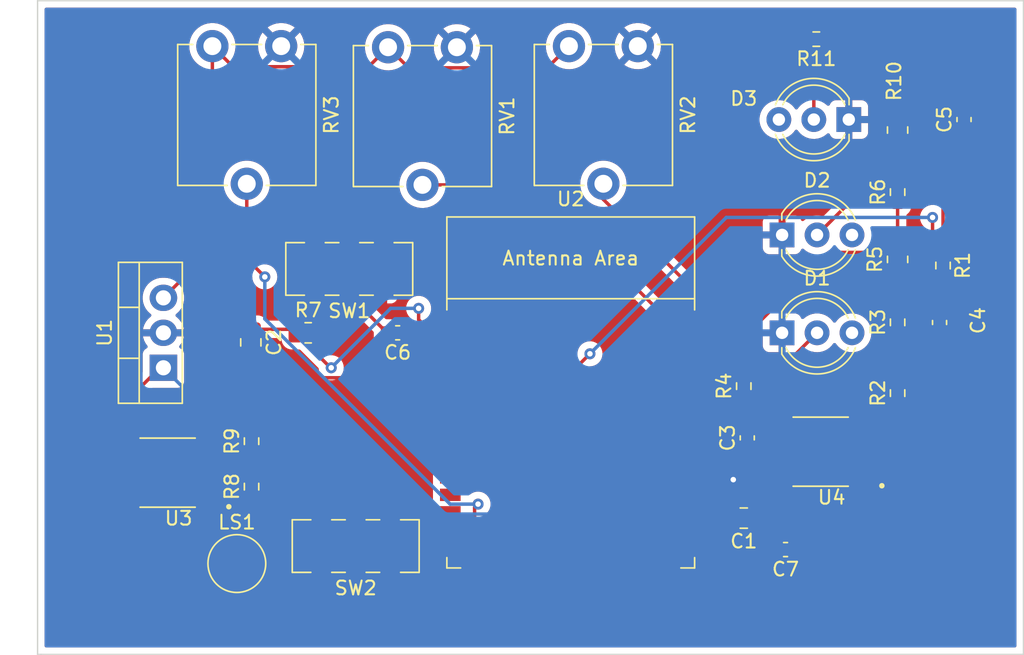
<source format=kicad_pcb>
(kicad_pcb (version 20211014) (generator pcbnew)
  (layers (0 "F.Cu" signal) (31 "B.Cu" signal) (34 "B.Paste" user) (35 "F.Paste" user) (36 "B.SilkS" user "B.Silkscreen") (37 "F.SilkS" user "F.Silkscreen") (38 "B.Mask" user) (39 "F.Mask" user) (44 "Edge.Cuts" user))
  (net 0 "")
  (net 1 "+5V")
  (net 2 "GND")
  (net 3 "+3V3")
  (net 4 "Net-(C3-Pad1)")
  (net 5 "Net-(C3-Pad2)")
  (net 6 "Net-(C4-Pad1)")
  (net 7 "/Output")
  (net 8 "Net-(C5-Pad2)")
  (net 9 "/En")
  (net 10 "/IO0")
  (net 11 "Net-(D1-Pad2)")
  (net 12 "Net-(D2-Pad2)")
  (net 13 "Net-(D3-Pad2)")
  (net 14 "Net-(LS1-Pad1)")
  (net 15 "Net-(R2-Pad1)")
  (net 16 "Net-(R2-Pad2)")
  (net 17 "Net-(R8-Pad2)")
  (net 18 "Net-(RV1-Pad2)")
  (net 19 "Net-(RV2-Pad2)")
  (net 20 "Net-(RV3-Pad2)")
  (net 51 "unconnected-(U2-Pad41)")
  (footprint "Resistor_SMD:R_0603_1608Metric" (layer "F.Cu") (at 140.208 95.313 90)
    (fp_text reference "R4" (at 0 -1.43 90) (layer "F.SilkS"))
    (fp_text value "100")
    (fp_line (start -0.237258 0.5225) (end 0.237258 0.5225) (layer "F.SilkS") (width 0.12))
    (fp_line (start -0.237258 -0.5225) (end 0.237258 -0.5225) (layer "F.SilkS") (width 0.12))
    (pad "1" smd roundrect (at -0.825 0 90) (size 0.8 0.95) (layers "F.Cu" "F.Paste" "F.Mask") (net 15 "Net-(R2-Pad1)"))
    (pad "2" smd roundrect (at 0.825 0 90) (size 0.8 0.95) (layers "F.Cu" "F.Paste" "F.Mask") (net 11 "Net-(D1-Pad2)"))
  )
  (footprint "Capacitor_SMD:C_0603_1608Metric" (layer "F.Cu") (at 156.21 75.946 90)
    (fp_text reference "C5" (at 0 -1.43 90) (layer "F.SilkS"))
    (fp_text value ".1 mF")
    (fp_line (start -0.14058 0.51) (end 0.14058 0.51) (layer "F.SilkS") (width 0.12))
    (fp_line (start -0.14058 -0.51) (end 0.14058 -0.51) (layer "F.SilkS") (width 0.12))
    (pad "1" smd roundrect (at -0.775 0 90) (size 0.9 0.95) (layers "F.Cu" "F.Paste" "F.Mask") (net 7 "/Output"))
    (pad "2" smd roundrect (at 0.775 0 90) (size 0.9 0.95) (layers "F.Cu" "F.Paste" "F.Mask") (net 8 "Net-(C5-Pad2)"))
  )
  (footprint "Espressif:ESP32-S2-SOLO" (layer "F.Cu") (at 127.637 98.773)
    (fp_text reference "U2" (at 0 -17.05) (layer "F.SilkS"))
    (fp_text value "ESP32-S2-SOLO")
    (fp_text user "Antenna Area" (at 0 -12.75) (layer "F.SilkS"))
    (fp_line (start 9 9) (end 9 9.75) (layer "F.SilkS") (width 0.12))
    (fp_line (start -9 9) (end -9 9.75) (layer "F.SilkS") (width 0.12))
    (fp_line (start 9 9.75) (end 8 9.75) (layer "F.SilkS") (width 0.12))
    (fp_line (start -9 -15.75) (end 9 -15.75) (layer "F.SilkS") (width 0.12))
    (fp_line (start 9 -15.75) (end 9 -9) (layer "F.SilkS") (width 0.12))
    (fp_line (start -9 9.75) (end -8 9.75) (layer "F.SilkS") (width 0.12))
    (fp_line (start 9 -9.81) (end -9 -9.81) (layer "F.SilkS") (width 0.12))
    (fp_line (start -9 -15.75) (end -9 -9) (layer "F.SilkS") (width 0.12))
    (pad "1" smd rect locked (at -8.75 -8.26) (size 1.5 0.9) (layers "F.Cu" "F.Paste" "F.Mask") (net 2 "GND"))
    (pad "2" smd rect locked (at -8.75 -6.99) (size 1.5 0.9) (layers "F.Cu" "F.Paste" "F.Mask") (net 3 "+3V3"))
    (pad "3" smd rect locked (at -8.75 -5.72) (size 1.5 0.9) (layers "F.Cu" "F.Paste" "F.Mask") (net 9 "/En"))
    (pad "4" smd rect locked (at -8.75 -4.45) (size 1.5 0.9) (layers "F.Cu" "F.Paste" "F.Mask") (net 7 "/Output"))
    (pad "5" smd rect locked (at -8.75 -3.18) (size 1.5 0.9) (layers "F.Cu" "F.Paste" "F.Mask"))
    (pad "6" smd rect locked (at -8.75 -1.91) (size 1.5 0.9) (layers "F.Cu" "F.Paste" "F.Mask"))
    (pad "7" smd rect locked (at -8.75 -0.64) (size 1.5 0.9) (layers "F.Cu" "F.Paste" "F.Mask"))
    (pad "8" smd rect locked (at -8.75 0.63) (size 1.5 0.9) (layers "F.Cu" "F.Paste" "F.Mask"))
    (pad "9" smd rect locked (at -8.75 1.9) (size 1.5 0.9) (layers "F.Cu" "F.Paste" "F.Mask"))
    (pad "10" smd rect locked (at -8.75 3.17) (size 1.5 0.9) (layers "F.Cu" "F.Paste" "F.Mask"))
    (pad "11" smd rect locked (at -8.75 4.44) (size 1.5 0.9) (layers "F.Cu" "F.Paste" "F.Mask"))
    (pad "12" smd rect locked (at -8.75 5.71) (size 1.5 0.9) (layers "F.Cu" "F.Paste" "F.Mask"))
    (pad "13" smd rect locked (at -8.75 6.98) (size 1.5 0.9) (layers "F.Cu" "F.Paste" "F.Mask"))
    (pad "14" smd rect locked (at -8.75 8.25) (size 1.5 0.9) (layers "F.Cu" "F.Paste" "F.Mask"))
    (pad "15" smd rect locked (at -6.985 9.5 90) (size 1.5 0.9) (layers "F.Cu" "F.Paste" "F.Mask") (net 20 "Net-(RV3-Pad2)"))
    (pad "16" smd rect locked (at -5.715 9.5 90) (size 1.5 0.9) (layers "F.Cu" "F.Paste" "F.Mask"))
    (pad "17" smd rect locked (at -4.445 9.5 90) (size 1.5 0.9) (layers "F.Cu" "F.Paste" "F.Mask"))
    (pad "18" smd rect locked (at -3.175 9.5 90) (size 1.5 0.9) (layers "F.Cu" "F.Paste" "F.Mask"))
    (pad "19" smd rect locked (at -1.905 9.5 90) (size 1.5 0.9) (layers "F.Cu" "F.Paste" "F.Mask"))
    (pad "20" smd rect locked (at -0.635 9.5 90) (size 1.5 0.9) (layers "F.Cu" "F.Paste" "F.Mask"))
    (pad "21" smd rect locked (at 0.635 9.5 90) (size 1.5 0.9) (layers "F.Cu" "F.Paste" "F.Mask"))
    (pad "22" smd rect locked (at 1.905 9.5 90) (size 1.5 0.9) (layers "F.Cu" "F.Paste" "F.Mask"))
    (pad "23" smd rect locked (at 3.175 9.5 90) (size 1.5 0.9) (layers "F.Cu" "F.Paste" "F.Mask"))
    (pad "24" smd rect locked (at 4.445 9.5 90) (size 1.5 0.9) (layers "F.Cu" "F.Paste" "F.Mask"))
    (pad "25" smd rect locked (at 5.715 9.5 90) (size 1.5 0.9) (layers "F.Cu" "F.Paste" "F.Mask"))
    (pad "26" smd rect locked (at 6.985 9.5 90) (size 1.5 0.9) (layers "F.Cu" "F.Paste" "F.Mask"))
    (pad "27" smd rect locked (at 8.75 8.25 180) (size 1.5 0.9) (layers "F.Cu" "F.Paste" "F.Mask") (net 10 "/IO0"))
    (pad "28" smd rect locked (at 8.75 6.98 180) (size 1.5 0.9) (layers "F.Cu" "F.Paste" "F.Mask"))
    (pad "29" smd rect locked (at 8.75 5.71 180) (size 1.5 0.9) (layers "F.Cu" "F.Paste" "F.Mask"))
    (pad "30" smd rect locked (at 8.75 4.44 180) (size 1.5 0.9) (layers "F.Cu" "F.Paste" "F.Mask"))
    (pad "31" smd rect locked (at 8.75 3.17 180) (size 1.5 0.9) (layers "F.Cu" "F.Paste" "F.Mask"))
    (pad "32" smd rect locked (at 8.75 1.9 180) (size 1.5 0.9) (layers "F.Cu" "F.Paste" "F.Mask"))
    (pad "33" smd rect locked (at 8.75 0.63 180) (size 1.5 0.9) (layers "F.Cu" "F.Paste" "F.Mask"))
    (pad "34" smd rect locked (at 8.75 -0.64 180) (size 1.5 0.9) (layers "F.Cu" "F.Paste" "F.Mask"))
    (pad "35" smd rect locked (at 8.75 -1.91 180) (size 1.5 0.9) (layers "F.Cu" "F.Paste" "F.Mask"))
    (pad "36" smd rect locked (at 8.75 -3.18 180) (size 1.5 0.9) (layers "F.Cu" "F.Paste" "F.Mask"))
    (pad "37" smd rect locked (at 8.75 -4.45 180) (size 1.5 0.9) (layers "F.Cu" "F.Paste" "F.Mask"))
    (pad "38" smd rect locked (at 8.75 -5.72 180) (size 1.5 0.9) (layers "F.Cu" "F.Paste" "F.Mask") (net 19 "Net-(RV2-Pad2)"))
    (pad "39" smd rect locked (at 8.75 -6.99 180) (size 1.5 0.9) (layers "F.Cu" "F.Paste" "F.Mask") (net 18 "Net-(RV1-Pad2)"))
    (pad "40" smd rect locked (at 8.75 -8.26 180) (size 1.5 0.9) (layers "F.Cu" "F.Paste" "F.Mask"))
    (pad "41" smd rect locked (at -1.5 -0.54 180) (size 0.9 0.9) (layers "F.Cu" "F.Paste" "F.Mask") (net 51 "unconnected-(U2-Pad41)"))
    (pad "41" smd rect locked (at -2.9 -1.94 180) (size 0.9 0.9) (layers "F.Cu" "F.Paste" "F.Mask") (net 51 "unconnected-(U2-Pad41)"))
    (pad "41" smd rect locked (at -1.5 -1.94 180) (size 0.9 0.9) (layers "F.Cu" "F.Paste" "F.Mask") (net 51 "unconnected-(U2-Pad41)"))
    (pad "41" smd rect locked (at -0.1 0.86 180) (size 0.9 0.9) (layers "F.Cu" "F.Paste" "F.Mask") (net 51 "unconnected-(U2-Pad41)"))
    (pad "41" smd rect locked (at -2.9 -0.54 180) (size 0.9 0.9) (layers "F.Cu" "F.Paste" "F.Mask") (net 51 "unconnected-(U2-Pad41)"))
    (pad "41" smd rect locked (at -2.9 0.86 180) (size 0.9 0.9) (layers "F.Cu" "F.Paste" "F.Mask") (net 51 "unconnected-(U2-Pad41)"))
    (pad "41" smd rect locked (at -1.5 0.86 180) (size 0.9 0.9) (layers "F.Cu" "F.Paste" "F.Mask") (net 51 "unconnected-(U2-Pad41)"))
    (pad "41" smd rect locked (at -0.1 -0.54 180) (size 0.9 0.9) (layers "F.Cu" "F.Paste" "F.Mask") (net 51 "unconnected-(U2-Pad41)"))
    (pad "41" smd rect locked (at -0.1 -1.94 180) (size 0.9 0.9) (layers "F.Cu" "F.Paste" "F.Mask") (net 51 "unconnected-(U2-Pad41)"))
  )
  (footprint "Resistor_SMD:R_0603_1608Metric" (layer "F.Cu") (at 104.447 99.314 90)
    (fp_text reference "R9" (at 0 -1.43 90) (layer "F.SilkS"))
    (fp_text value "100")
    (fp_line (start -0.237258 0.5225) (end 0.237258 0.5225) (layer "F.SilkS") (width 0.12))
    (fp_line (start -0.237258 -0.5225) (end 0.237258 -0.5225) (layer "F.SilkS") (width 0.12))
    (pad "1" smd roundrect (at -0.825 0 90) (size 0.8 0.95) (layers "F.Cu" "F.Paste" "F.Mask") (net 17 "Net-(R8-Pad2)"))
    (pad "2" smd roundrect (at 0.825 0 90) (size 0.8 0.95) (layers "F.Cu" "F.Paste" "F.Mask") (net 2 "GND"))
  )
  (footprint "Library:SOIC127P600X175-8N" (layer "F.Cu") (at 145.796 100.076 180)
    (fp_text reference "U4" (at -0.795 -3.322) (layer "F.SilkS"))
    (fp_text value "Opamp_Dual")
    (fp_line (start -2 -2.51) (end 2 -2.51) (layer "F.SilkS") (width 0.127))
    (fp_line (start -2 2.51) (end 2 2.51) (layer "F.SilkS") (width 0.127))
    (fp_circle (center -4.445 -2.475) (end -4.345 -2.475) (layer "F.SilkS") (width 0.2) (fill none))
    (pad "1" smd roundrect (at -2.475 -1.905 180) (size 1.97 0.57) (layers "F.Cu" "F.Paste" "F.Mask") (roundrect_rratio 0.07) (net 15 "Net-(R2-Pad1)"))
    (pad "2" smd roundrect (at -2.475 -0.635 180) (size 1.97 0.57) (layers "F.Cu" "F.Paste" "F.Mask") (roundrect_rratio 0.07) (net 16 "Net-(R2-Pad2)"))
    (pad "3" smd roundrect (at -2.475 0.635 180) (size 1.97 0.57) (layers "F.Cu" "F.Paste" "F.Mask") (roundrect_rratio 0.07) (net 6 "Net-(C4-Pad1)"))
    (pad "4" smd roundrect (at -2.475 1.905 180) (size 1.97 0.57) (layers "F.Cu" "F.Paste" "F.Mask") (roundrect_rratio 0.07) (net 2 "GND"))
    (pad "5" smd roundrect (at 2.475 1.905 180) (size 1.97 0.57) (layers "F.Cu" "F.Paste" "F.Mask") (roundrect_rratio 0.07) (net 15 "Net-(R2-Pad1)"))
    (pad "6" smd roundrect (at 2.475 0.635 180) (size 1.97 0.57) (layers "F.Cu" "F.Paste" "F.Mask") (roundrect_rratio 0.07) (net 4 "Net-(C3-Pad1)"))
    (pad "7" smd roundrect (at 2.475 -0.635 180) (size 1.97 0.57) (layers "F.Cu" "F.Paste" "F.Mask") (roundrect_rratio 0.07) (net 4 "Net-(C3-Pad1)"))
    (pad "8" smd roundrect (at 2.475 -1.905 180) (size 1.97 0.57) (layers "F.Cu" "F.Paste" "F.Mask") (roundrect_rratio 0.07) (net 1 "+5V"))
  )
  (footprint "Button_Switch_SMD:SW_DPDT_CK_JS202011JCQN" (layer "F.Cu") (at 111.546 86.798 180)
    (fp_text reference "SW1" (at 0 -3.05) (layer "F.SilkS"))
    (fp_text value "ON/OFF")
    (fp_line (start -0.76 -1.91) (end -1.74 -1.91) (layer "F.SilkS") (width 0.12))
    (fp_line (start -4.61 1.91) (end -3.26 1.91) (layer "F.SilkS") (width 0.12))
    (fp_line (start 4.61 -1.91) (end 4.61 1.91) (layer "F.SilkS") (width 0.12))
    (fp_line (start 1.74 1.91) (end 0.76 1.91) (layer "F.SilkS") (width 0.12))
    (fp_line (start 4.61 1.91) (end 3.26 1.91) (layer "F.SilkS") (width 0.12))
    (fp_line (start -4.61 -1.91) (end -4.61 1.91) (layer "F.SilkS") (width 0.12))
    (fp_line (start 1.74 -1.91) (end 0.76 -1.91) (layer "F.SilkS") (width 0.12))
    (fp_line (start -3.26 -1.91) (end -4.61 -1.91) (layer "F.SilkS") (width 0.12))
    (fp_line (start -0.76 1.91) (end -1.74 1.91) (layer "F.SilkS") (width 0.12))
    (fp_line (start 4.61 -1.91) (end 3.26 -1.91) (layer "F.SilkS") (width 0.12))
    (pad "1" smd rect (at -2.5 -1.2 180) (size 1 1.6) (layers "F.Cu" "F.Paste" "F.Mask") (net 2 "GND"))
    (pad "2" smd rect (at 0 -1.2 180) (size 1 1.6) (layers "F.Cu" "F.Paste" "F.Mask") (net 9 "/En"))
    (pad "3" smd rect (at 2.5 -1.2 180) (size 1 1.6) (layers "F.Cu" "F.Paste" "F.Mask"))
    (pad "4" smd rect (at -2.5 1.2 180) (size 1 1.6) (layers "F.Cu" "F.Paste" "F.Mask"))
    (pad "5" smd rect (at 0 1.2 180) (size 1 1.6) (layers "F.Cu" "F.Paste" "F.Mask"))
    (pad "6" smd rect (at 2.5 1.2 180) (size 1 1.6) (layers "F.Cu" "F.Paste" "F.Mask"))
  )
  (footprint "Resistor_SMD:R_0603_1608Metric" (layer "F.Cu") (at 151.384 81.217 90)
    (fp_text reference "R6" (at 0 -1.43 90) (layer "F.SilkS"))
    (fp_text value "100")
    (fp_line (start -0.237258 0.5225) (end 0.237258 0.5225) (layer "F.SilkS") (width 0.12))
    (fp_line (start -0.237258 -0.5225) (end 0.237258 -0.5225) (layer "F.SilkS") (width 0.12))
    (pad "1" smd roundrect (at -0.825 0 90) (size 0.8 0.95) (layers "F.Cu" "F.Paste" "F.Mask") (net 5 "Net-(C3-Pad2)"))
    (pad "2" smd roundrect (at 0.825 0 90) (size 0.8 0.95) (layers "F.Cu" "F.Paste" "F.Mask") (net 12 "Net-(D2-Pad2)"))
  )
  (footprint "Resistor_SMD:R_0603_1608Metric" (layer "F.Cu") (at 151.384 90.678 90)
    (fp_text reference "R3" (at 0 -1.43 90) (layer "F.SilkS"))
    (fp_text value "100")
    (fp_line (start -0.237258 0.5225) (end 0.237258 0.5225) (layer "F.SilkS") (width 0.12))
    (fp_line (start -0.237258 -0.5225) (end 0.237258 -0.5225) (layer "F.SilkS") (width 0.12))
    (pad "1" smd roundrect (at -0.825 0 90) (size 0.8 0.95) (layers "F.Cu" "F.Paste" "F.Mask") (net 16 "Net-(R2-Pad2)"))
    (pad "2" smd roundrect (at 0.825 0 90) (size 0.8 0.95) (layers "F.Cu" "F.Paste" "F.Mask") (net 2 "GND"))
  )
  (footprint "LED_THT:LED_D5.0mm-3" (layer "F.Cu") (at 142.992 84.328)
    (fp_text reference "D2" (at 2.54 -3.96) (layer "F.SilkS"))
    (fp_text value "LED")
    (fp_line (start -0.02 -1.545) (end -0.02 -1.08) (layer "F.SilkS") (width 0.12))
    (fp_line (start -0.02 1.08) (end -0.02 1.545) (layer "F.SilkS") (width 0.12))
    (fp_arc (start 0.285316 -1.08) (mid 2.539762 -2.5) (end 4.794479 -1.080429) (layer "F.SilkS") (width 0.12))
    (fp_arc (start 4.794479 1.080429) (mid 2.539762 2.5) (end 0.285316 1.08) (layer "F.SilkS") (width 0.12))
    (fp_arc (start -0.02 -1.54483) (mid 2.798456 -2.978809) (end 5.327815 -1.080827) (layer "F.SilkS") (width 0.12))
    (fp_arc (start 5.327815 1.080827) (mid 2.798456 2.978808) (end -0.02 1.54483) (layer "F.SilkS") (width 0.12))
    (pad "1" thru_hole rect (at 0 0) (size 1.8 1.8) (drill 0.9) (layers *.Cu *.Mask) (net 2 "GND"))
    (pad "2" thru_hole circle (at 2.54 0) (size 1.8 1.8) (drill 0.9) (layers *.Cu *.Mask) (net 12 "Net-(D2-Pad2)"))
    (pad "3" thru_hole circle (at 5.08 0) (size 1.8 1.8) (drill 0.9) (layers *.Cu *.Mask))
  )
  (footprint "LED_THT:LED_D5.0mm-3" (layer "F.Cu") (at 142.992 91.44)
    (fp_text reference "D1" (at 2.54 -3.96) (layer "F.SilkS"))
    (fp_text value "LED")
    (fp_line (start -0.02 1.08) (end -0.02 1.545) (layer "F.SilkS") (width 0.12))
    (fp_line (start -0.02 -1.545) (end -0.02 -1.08) (layer "F.SilkS") (width 0.12))
    (fp_arc (start 4.794479 1.080429) (mid 2.539762 2.5) (end 0.285316 1.08) (layer "F.SilkS") (width 0.12))
    (fp_arc (start -0.02 -1.54483) (mid 2.798456 -2.978809) (end 5.327815 -1.080827) (layer "F.SilkS") (width 0.12))
    (fp_arc (start 0.285316 -1.08) (mid 2.539762 -2.5) (end 4.794479 -1.080429) (layer "F.SilkS") (width 0.12))
    (fp_arc (start 5.327815 1.080827) (mid 2.798456 2.978808) (end -0.02 1.54483) (layer "F.SilkS") (width 0.12))
    (pad "1" thru_hole rect (at 0 0) (size 1.8 1.8) (drill 0.9) (layers *.Cu *.Mask) (net 2 "GND"))
    (pad "2" thru_hole circle (at 2.54 0) (size 1.8 1.8) (drill 0.9) (layers *.Cu *.Mask) (net 11 "Net-(D1-Pad2)"))
    (pad "3" thru_hole circle (at 5.08 0) (size 1.8 1.8) (drill 0.9) (layers *.Cu *.Mask))
  )
  (footprint "Resistor_SMD:R_0805_2012Metric" (layer "F.Cu") (at 151.384 76.708 90)
    (fp_text reference "R10" (at 3.556 -0.254 90) (layer "F.SilkS"))
    (fp_text value "1k")
    (fp_line (start -0.227064 -0.735) (end 0.227064 -0.735) (layer "F.SilkS") (width 0.12))
    (fp_line (start -0.227064 0.735) (end 0.227064 0.735) (layer "F.SilkS") (width 0.12))
    (pad "1" smd roundrect (at -0.9125 0 90) (size 1.025 1.4) (layers "F.Cu" "F.Paste" "F.Mask") (roundrect_rratio 0.243902) (net 2 "GND"))
    (pad "2" smd roundrect (at 0.9125 0 90) (size 1.025 1.4) (layers "F.Cu" "F.Paste" "F.Mask") (roundrect_rratio 0.243902) (net 8 "Net-(C5-Pad2)"))
  )
  (footprint "Potentiometer_THT:Potentiometer_ACP_CA9-V10_Vertical" (layer "F.Cu") (at 127.508 70.612 -90)
    (fp_text reference "RV2" (at 5 -8.65 90) (layer "F.SilkS"))
    (fp_text value "R_Potentiometer")
    (fp_line (start 10.12 -1.075) (end 10.12 2.52) (layer "F.SilkS") (width 0.12))
    (fp_line (start 10.12 -7.521) (end 10.12 -3.925) (layer "F.SilkS") (width 0.12))
    (fp_line (start -0.12 2.52) (end 10.12 2.52) (layer "F.SilkS") (width 0.12))
    (fp_line (start -0.12 -3.574) (end -0.12 -1.425) (layer "F.SilkS") (width 0.12))
    (fp_line (start -0.12 -7.521) (end 10.12 -7.521) (layer "F.SilkS") (width 0.12))
    (fp_line (start -0.12 1.425) (end -0.12 2.52) (layer "F.SilkS") (width 0.12))
    (fp_line (start -0.12 -7.521) (end -0.12 -6.426) (layer "F.SilkS") (width 0.12))
    (pad "1" thru_hole circle (at 0 0 270) (size 2.34 2.34) (drill 1.3) (layers *.Cu *.Mask) (net 3 "+3V3"))
    (pad "2" thru_hole circle (at 10 -2.5 270) (size 2.34 2.34) (drill 1.3) (layers *.Cu *.Mask) (net 19 "Net-(RV2-Pad2)"))
    (pad "3" thru_hole circle (at 0 -5 270) (size 2.34 2.34) (drill 1.3) (layers *.Cu *.Mask) (net 2 "GND"))
  )
  (footprint "Capacitor_SMD:C_0603_1608Metric" (layer "F.Cu") (at 154.432 90.691 90)
    (fp_text reference "C4" (at 0.14058 2.794 90) (layer "F.SilkS"))
    (fp_text value ".4 mF")
    (fp_line (start -0.14058 -0.51) (end 0.14058 -0.51) (layer "F.SilkS") (width 0.12))
    (fp_line (start -0.14058 0.51) (end 0.14058 0.51) (layer "F.SilkS") (width 0.12))
    (pad "1" smd roundrect (at -0.775 0 90) (size 0.9 0.95) (layers "F.Cu" "F.Paste" "F.Mask") (net 6 "Net-(C4-Pad1)"))
    (pad "2" smd roundrect (at 0.775 0 90) (size 0.9 0.95) (layers "F.Cu" "F.Paste" "F.Mask") (net 2 "GND"))
  )
  (footprint "Potentiometer_THT:Potentiometer_ACP_CA9-V10_Vertical" (layer "F.Cu") (at 101.6 70.612 -90)
    (fp_text reference "RV3" (at 5 -8.65 90) (layer "F.SilkS"))
    (fp_text value "R_Potentiometer")
    (fp_line (start -0.12 2.52) (end 10.12 2.52) (layer "F.SilkS") (width 0.12))
    (fp_line (start -0.12 -7.521) (end -0.12 -6.426) (layer "F.SilkS") (width 0.12))
    (fp_line (start -0.12 1.425) (end -0.12 2.52) (layer "F.SilkS") (width 0.12))
    (fp_line (start 10.12 -1.075) (end 10.12 2.52) (layer "F.SilkS") (width 0.12))
    (fp_line (start -0.12 -3.574) (end -0.12 -1.425) (layer "F.SilkS") (width 0.12))
    (fp_line (start 10.12 -7.521) (end 10.12 -3.925) (layer "F.SilkS") (width 0.12))
    (fp_line (start -0.12 -7.521) (end 10.12 -7.521) (layer "F.SilkS") (width 0.12))
    (pad "1" thru_hole circle (at 0 0 270) (size 2.34 2.34) (drill 1.3) (layers *.Cu *.Mask) (net 3 "+3V3"))
    (pad "2" thru_hole circle (at 10 -2.5 270) (size 2.34 2.34) (drill 1.3) (layers *.Cu *.Mask) (net 20 "Net-(RV3-Pad2)"))
    (pad "3" thru_hole circle (at 0 -5 270) (size 2.34 2.34) (drill 1.3) (layers *.Cu *.Mask) (net 2 "GND"))
  )
  (footprint "Resistor_SMD:R_0805_2012Metric" (layer "F.Cu") (at 108.5615 91.44)
    (fp_text reference "R7" (at 0 -1.65) (layer "F.SilkS"))
    (fp_text value "10k")
    (fp_line (start -0.227064 -0.735) (end 0.227064 -0.735) (layer "F.SilkS") (width 0.12))
    (fp_line (start -0.227064 0.735) (end 0.227064 0.735) (layer "F.SilkS") (width 0.12))
    (pad "1" smd roundrect (at -0.9125 0) (size 1.025 1.4) (layers "F.Cu" "F.Paste" "F.Mask") (roundrect_rratio 0.243902) (net 3 "+3V3"))
    (pad "2" smd roundrect (at 0.9125 0) (size 1.025 1.4) (layers "F.Cu" "F.Paste" "F.Mask") (roundrect_rratio 0.243902) (net 9 "/En"))
  )
  (footprint "Resistor_SMD:R_0603_1608Metric" (layer "F.Cu") (at 154.686 86.551 -90)
    (fp_text reference "R1" (at 0 -1.43 90) (layer "F.SilkS"))
    (fp_text value "100")
    (fp_line (start -0.237258 0.5225) (end 0.237258 0.5225) (layer "F.SilkS") (width 0.12))
    (fp_line (start -0.237258 -0.5225) (end 0.237258 -0.5225) (layer "F.SilkS") (width 0.12))
    (pad "1" smd roundrect (at -0.825 0 270) (size 0.8 0.95) (layers "F.Cu" "F.Paste" "F.Mask") (net 7 "/Output"))
    (pad "2" smd roundrect (at 0.825 0 270) (size 0.8 0.95) (layers "F.Cu" "F.Paste" "F.Mask") (net 6 "Net-(C4-Pad1)"))
  )
  (footprint "Capacitor_SMD:C_0603_1608Metric" (layer "F.Cu") (at 143.243 107.188 180)
    (fp_text reference "C7" (at 0 -1.43) (layer "F.SilkS"))
    (fp_text value ".1 mF")
    (fp_line (start -0.14058 0.51) (end 0.14058 0.51) (layer "F.SilkS") (width 0.12))
    (fp_line (start -0.14058 -0.51) (end 0.14058 -0.51) (layer "F.SilkS") (width 0.12))
    (pad "1" smd roundrect (at -0.775 0 180) (size 0.9 0.95) (layers "F.Cu" "F.Paste" "F.Mask") (net 2 "GND"))
    (pad "2" smd roundrect (at 0.775 0 180) (size 0.9 0.95) (layers "F.Cu" "F.Paste" "F.Mask") (net 10 "/IO0"))
  )
  (footprint "Library:SOIC127P600X175-8N" (layer "F.Cu") (at 98.351 101.6 180)
    (fp_text reference "U3" (at -0.795 -3.322) (layer "F.SilkS"))
    (fp_text value "Opamp_Dual")
    (fp_line (start -2 2.51) (end 2 2.51) (layer "F.SilkS") (width 0.127))
    (fp_line (start -2 -2.51) (end 2 -2.51) (layer "F.SilkS") (width 0.127))
    (fp_circle (center -4.445 -2.475) (end -4.345 -2.475) (layer "F.SilkS") (width 0.2) (fill none))
    (pad "1" smd roundrect (at -2.475 -1.905 180) (size 1.97 0.57) (layers "F.Cu" "F.Paste" "F.Mask") (roundrect_rratio 0.07) (net 14 "Net-(LS1-Pad1)"))
    (pad "2" smd roundrect (at -2.475 -0.635 180) (size 1.97 0.57) (layers "F.Cu" "F.Paste" "F.Mask") (roundrect_rratio 0.07) (net 17 "Net-(R8-Pad2)"))
    (pad "3" smd roundrect (at -2.475 0.635 180) (size 1.97 0.57) (layers "F.Cu" "F.Paste" "F.Mask") (roundrect_rratio 0.07) (net 7 "/Output"))
    (pad "4" smd roundrect (at -2.475 1.905 180) (size 1.97 0.57) (layers "F.Cu" "F.Paste" "F.Mask") (roundrect_rratio 0.07) (net 2 "GND"))
    (pad "5" smd roundrect (at 2.475 1.905 180) (size 1.97 0.57) (layers "F.Cu" "F.Paste" "F.Mask") (roundrect_rratio 0.07))
    (pad "6" smd roundrect (at 2.475 0.635 180) (size 1.97 0.57) (layers "F.Cu" "F.Paste" "F.Mask") (roundrect_rratio 0.07))
    (pad "7" smd roundrect (at 2.475 -0.635 180) (size 1.97 0.57) (layers "F.Cu" "F.Paste" "F.Mask") (roundrect_rratio 0.07))
    (pad "8" smd roundrect (at 2.475 -1.905 180) (size 1.97 0.57) (layers "F.Cu" "F.Paste" "F.Mask") (roundrect_rratio 0.07) (net 1 "+5V"))
  )
  (footprint "Capacitor_SMD:C_0805_2012Metric" (layer "F.Cu") (at 140.208 104.902 180)
    (fp_text reference "C1" (at 0 -1.68) (layer "F.SilkS"))
    (fp_text value "10 mF")
    (fp_line (start -0.261252 0.735) (end 0.261252 0.735) (layer "F.SilkS") (width 0.12))
    (fp_line (start -0.261252 -0.735) (end 0.261252 -0.735) (layer "F.SilkS") (width 0.12))
    (pad "1" smd roundrect (at -0.95 0 180) (size 1 1.45) (layers "F.Cu" "F.Paste" "F.Mask") (net 1 "+5V"))
    (pad "2" smd roundrect (at 0.95 0 180) (size 1 1.45) (layers "F.Cu" "F.Paste" "F.Mask") (net 2 "GND"))
  )
  (footprint "Resistor_SMD:R_0603_1608Metric" (layer "F.Cu") (at 151.384 95.821 90)
    (fp_text reference "R2" (at 0 -1.43 90) (layer "F.SilkS"))
    (fp_text value "200")
    (fp_line (start -0.237258 0.5225) (end 0.237258 0.5225) (layer "F.SilkS") (width 0.12))
    (fp_line (start -0.237258 -0.5225) (end 0.237258 -0.5225) (layer "F.SilkS") (width 0.12))
    (pad "1" smd roundrect (at -0.825 0 90) (size 0.8 0.95) (layers "F.Cu" "F.Paste" "F.Mask") (net 15 "Net-(R2-Pad1)"))
    (pad "2" smd roundrect (at 0.825 0 90) (size 0.8 0.95) (layers "F.Cu" "F.Paste" "F.Mask") (net 16 "Net-(R2-Pad2)"))
  )
  (footprint "Resistor_SMD:R_0805_2012Metric" (layer "F.Cu") (at 151.384 86.106 90)
    (fp_text reference "R5" (at 0 -1.65 90) (layer "F.SilkS"))
    (fp_text value "1K")
    (fp_line (start -0.227064 -0.735) (end 0.227064 -0.735) (layer "F.SilkS") (width 0.12))
    (fp_line (start -0.227064 0.735) (end 0.227064 0.735) (layer "F.SilkS") (width 0.12))
    (pad "1" smd roundrect (at -0.9125 0 90) (size 1.025 1.4) (layers "F.Cu" "F.Paste" "F.Mask") (roundrect_rratio 0.243902) (net 2 "GND"))
    (pad "2" smd roundrect (at 0.9125 0 90) (size 1.025 1.4) (layers "F.Cu" "F.Paste" "F.Mask") (roundrect_rratio 0.243902) (net 5 "Net-(C3-Pad2)"))
  )
  (footprint "Button_Switch_SMD:SW_DPDT_CK_JS202011JCQN" (layer "F.Cu") (at 112.014 106.934 180)
    (fp_text reference "SW2" (at 0 -3.05) (layer "F.SilkS"))
    (fp_text value "RESET")
    (fp_line (start 4.61 1.91) (end 3.26 1.91) (layer "F.SilkS") (width 0.12))
    (fp_line (start 1.74 -1.91) (end 0.76 -1.91) (layer "F.SilkS") (width 0.12))
    (fp_line (start 4.61 -1.91) (end 4.61 1.91) (layer "F.SilkS") (width 0.12))
    (fp_line (start -0.76 -1.91) (end -1.74 -1.91) (layer "F.SilkS") (width 0.12))
    (fp_line (start -0.76 1.91) (end -1.74 1.91) (layer "F.SilkS") (width 0.12))
    (fp_line (start -4.61 1.91) (end -3.26 1.91) (layer "F.SilkS") (width 0.12))
    (fp_line (start 4.61 -1.91) (end 3.26 -1.91) (layer "F.SilkS") (width 0.12))
    (fp_line (start 1.74 1.91) (end 0.76 1.91) (layer "F.SilkS") (width 0.12))
    (fp_line (start -3.26 -1.91) (end -4.61 -1.91) (layer "F.SilkS") (width 0.12))
    (fp_line (start -4.61 -1.91) (end -4.61 1.91) (layer "F.SilkS") (width 0.12))
    (pad "1" smd rect (at -2.5 -1.2 180) (size 1 1.6) (layers "F.Cu" "F.Paste" "F.Mask") (net 2 "GND"))
    (pad "2" smd rect (at 0 -1.2 180) (size 1 1.6) (layers "F.Cu" "F.Paste" "F.Mask") (net 10 "/IO0"))
    (pad "3" smd rect (at 2.5 -1.2 180) (size 1 1.6) (layers "F.Cu" "F.Paste" "F.Mask"))
    (pad "4" smd rect (at -2.5 1.2 180) (size 1 1.6) (layers "F.Cu" "F.Paste" "F.Mask"))
    (pad "5" smd rect (at 0 1.2 180) (size 1 1.6) (layers "F.Cu" "F.Paste" "F.Mask"))
    (pad "6" smd rect (at 2.5 1.2 180) (size 1 1.6) (layers "F.Cu" "F.Paste" "F.Mask"))
  )
  (footprint "Potentiometer_THT:Potentiometer_ACP_CA9-V10_Vertical" (layer "F.Cu") (at 114.365 70.692 -90)
    (fp_text reference "RV1" (at 5 -8.65 90) (layer "F.SilkS"))
    (fp_text value "R_Potentiometer")
    (fp_line (start 10.12 -7.521) (end 10.12 -3.925) (layer "F.SilkS") (width 0.12))
    (fp_line (start -0.12 2.52) (end 10.12 2.52) (layer "F.SilkS") (width 0.12))
    (fp_line (start -0.12 -7.521) (end -0.12 -6.426) (layer "F.SilkS") (width 0.12))
    (fp_line (start 10.12 -1.075) (end 10.12 2.52) (layer "F.SilkS") (width 0.12))
    (fp_line (start -0.12 1.425) (end -0.12 2.52) (layer "F.SilkS") (width 0.12))
    (fp_line (start -0.12 -3.574) (end -0.12 -1.425) (layer "F.SilkS") (width 0.12))
    (fp_line (start -0.12 -7.521) (end 10.12 -7.521) (layer "F.SilkS") (width 0.12))
    (pad "1" thru_hole circle (at 0 0 270) (size 2.34 2.34) (drill 1.3) (layers *.Cu *.Mask) (net 3 "+3V3"))
    (pad "2" thru_hole circle (at 10 -2.5 270) (size 2.34 2.34) (drill 1.3) (layers *.Cu *.Mask) (net 18 "Net-(RV1-Pad2)"))
    (pad "3" thru_hole circle (at 0 -5 270) (size 2.34 2.34) (drill 1.3) (layers *.Cu *.Mask) (net 2 "GND"))
  )
  (footprint "Capacitor_SMD:C_0805_2012Metric" (layer "F.Cu") (at 104.394 92.136 -90)
    (fp_text reference "C2" (at 0 -1.68 90) (layer "F.SilkS"))
    (fp_text value "10 mF")
    (fp_line (start -0.261252 0.735) (end 0.261252 0.735) (layer "F.SilkS") (width 0.12))
    (fp_line (start -0.261252 -0.735) (end 0.261252 -0.735) (layer "F.SilkS") (width 0.12))
    (pad "1" smd roundrect (at -0.95 0 270) (size 1 1.45) (layers "F.Cu" "F.Paste" "F.Mask") (net 3 "+3V3"))
    (pad "2" smd roundrect (at 0.95 0 270) (size 1 1.45) (layers "F.Cu" "F.Paste" "F.Mask") (net 2 "GND"))
  )
  (footprint "Capacitor_SMD:C_0603_1608Metric" (layer "F.Cu") (at 115.062 91.44 180)
    (fp_text reference "C6" (at 0 -1.43) (layer "F.SilkS"))
    (fp_text value ".1 mF")
    (fp_line (start -0.14058 0.51) (end 0.14058 0.51) (layer "F.SilkS") (width 0.12))
    (fp_line (start -0.14058 -0.51) (end 0.14058 -0.51) (layer "F.SilkS") (width 0.12))
    (pad "1" smd roundrect (at -0.775 0 180) (size 0.9 0.95) (layers "F.Cu" "F.Paste" "F.Mask") (net 2 "GND"))
    (pad "2" smd roundrect (at 0.775 0 180) (size 0.9 0.95) (layers "F.Cu" "F.Paste" "F.Mask") (net 9 "/En"))
  )
  (footprint "Package_TO_SOT_THT:TO-220-3_Vertical" (layer "F.Cu") (at 98.044 93.98 90)
    (fp_text reference "U1" (at 2.54 -4.27 90) (layer "F.SilkS"))
    (fp_text value "LF33_TO220")
    (fp_line (start 7.66 -3.27) (end 7.66 1.371) (layer "F.SilkS") (width 0.12))
    (fp_line (start 4.391 -3.27) (end 4.391 -1.76) (layer "F.SilkS") (width 0.12))
    (fp_line (start -2.58 -3.27) (end -2.58 1.371) (layer "F.SilkS") (width 0.12))
    (fp_line (start -2.58 -1.76) (end 7.66 -1.76) (layer "F.SilkS") (width 0.12))
    (fp_line (start -2.58 1.371) (end 7.66 1.371) (layer "F.SilkS") (width 0.12))
    (fp_line (start -2.58 -3.27) (end 7.66 -3.27) (layer "F.SilkS") (width 0.12))
    (fp_line (start 0.69 -3.27) (end 0.69 -1.76) (layer "F.SilkS") (width 0.12))
    (pad "1" thru_hole rect (at 0 0 90) (size 1.905 2) (drill 1.1) (layers *.Cu *.Mask) (net 1 "+5V"))
    (pad "2" thru_hole oval (at 2.54 0 90) (size 1.905 2) (drill 1.1) (layers *.Cu *.Mask) (net 2 "GND"))
    (pad "3" thru_hole oval (at 5.08 0 90) (size 1.905 2) (drill 1.1) (layers *.Cu *.Mask) (net 3 "+3V3"))
  )
  (footprint "Sensor_Audio:CUI_CMC-4013-SMT" (layer "F.Cu") (at 103.378 108.204)
    (fp_text reference "LS1" (at 0 -3) (layer "F.SilkS"))
    (fp_text value "Speaker")
    (fp_circle (center 0 0) (end 2.1 0) (layer "F.SilkS") (width 0.12) (fill none))
    (pad "1" smd custom (at 0 -1.375) (size 0.75 0.75) (layers "F.Cu" "F.Paste" "F.Mask") (net 14 "Net-(LS1-Pad1)") (options (clearance outline) (anchor circle)) (primitives (gr_circle (center 0 1.375) (end 1.375 1.375) (width 0.75))))
    (pad "2" smd circle (at 0 0) (size 1 1) (layers "F.Cu" "F.Paste" "F.Mask") (net 2 "GND"))
  )
  (footprint "Resistor_SMD:R_0603_1608Metric" (layer "F.Cu") (at 104.447 102.616 90)
    (fp_text reference "R8" (at 0 -1.43 90) (layer "F.SilkS"))
    (fp_text value "200")
    (fp_line (start -0.237258 0.5225) (end 0.237258 0.5225) (layer "F.SilkS") (width 0.12))
    (fp_line (start -0.237258 -0.5225) (end 0.237258 -0.5225) (layer "F.SilkS") (width 0.12))
    (pad "1" smd roundrect (at -0.825 0 90) (size 0.8 0.95) (layers "F.Cu" "F.Paste" "F.Mask") (net 14 "Net-(LS1-Pad1)"))
    (pad "2" smd roundrect (at 0.825 0 90) (size 0.8 0.95) (layers "F.Cu" "F.Paste" "F.Mask") (net 17 "Net-(R8-Pad2)"))
  )
  (footprint "LED_THT:LED_D5.0mm-3" (layer "F.Cu") (at 147.838 75.946 180)
    (fp_text reference "D3" (at 7.63 1.524) (layer "F.SilkS"))
    (fp_text value "LED")
    (fp_line (start -0.02 1.08) (end -0.02 1.545) (layer "F.SilkS") (width 0.12))
    (fp_line (start -0.02 -1.545) (end -0.02 -1.08) (layer "F.SilkS") (width 0.12))
    (fp_arc (start 0.285316 -1.08) (mid 2.539762 -2.5) (end 4.794479 -1.080429) (layer "F.SilkS") (width 0.12))
    (fp_arc (start 5.327815 1.080827) (mid 2.798456 2.978808) (end -0.02 1.54483) (layer "F.SilkS") (width 0.12))
    (fp_arc (start -0.02 -1.54483) (mid 2.798456 -2.978809) (end 5.327815 -1.080827) (layer "F.SilkS") (width 0.12))
    (fp_arc (start 4.794479 1.080429) (mid 2.539762 2.5) (end 0.285316 1.08) (layer "F.SilkS") (width 0.12))
    (pad "1" thru_hole rect (at 0 0 180) (size 1.8 1.8) (drill 0.9) (layers *.Cu *.Mask) (net 2 "GND"))
    (pad "2" thru_hole circle (at 2.54 0 180) (size 1.8 1.8) (drill 0.9) (layers *.Cu *.Mask) (net 13 "Net-(D3-Pad2)"))
    (pad "3" thru_hole circle (at 5.08 0 180) (size 1.8 1.8) (drill 0.9) (layers *.Cu *.Mask))
  )
  (footprint "Resistor_SMD:R_0603_1608Metric" (layer "F.Cu") (at 145.479 70.104 180)
    (fp_text reference "R11" (at 0 -1.43) (layer "F.SilkS"))
    (fp_text value "100")
    (fp_line (start -0.237258 0.5225) (end 0.237258 0.5225) (layer "F.SilkS") (width 0.12))
    (fp_line (start -0.237258 -0.5225) (end 0.237258 -0.5225) (layer "F.SilkS") (width 0.12))
    (pad "1" smd roundrect (at -0.825 0 180) (size 0.8 0.95) (layers "F.Cu" "F.Paste" "F.Mask") (net 8 "Net-(C5-Pad2)"))
    (pad "2" smd roundrect (at 0.825 0 180) (size 0.8 0.95) (layers "F.Cu" "F.Paste" "F.Mask") (net 13 "Net-(D3-Pad2)"))
  )
  (footprint "Capacitor_SMD:C_0603_1608Metric" (layer "F.Cu") (at 140.462 99.073 90)
    (fp_text reference "C3" (at 0 -1.43 90) (layer "F.SilkS"))
    (fp_text value ".1 mF")
    (fp_line (start -0.14058 0.51) (end 0.14058 0.51) (layer "F.SilkS") (width 0.12))
    (fp_line (start -0.14058 -0.51) (end 0.14058 -0.51) (layer "F.SilkS") (width 0.12))
    (pad "1" smd roundrect (at -0.775 0 90) (size 0.9 0.95) (layers "F.Cu" "F.Paste" "F.Mask") (net 4 "Net-(C3-Pad1)"))
    (pad "2" smd roundrect (at 0.775 0 90) (size 0.9 0.95) (layers "F.Cu" "F.Paste" "F.Mask") (net 5 "Net-(C3-Pad2)"))
  )
  (gr_line (start 88.9 67.31) (end 88.9 114.808) (layer "Edge.Cuts") (width 0.1))
  (gr_line (start 89.154 114.808) (end 160.528 114.808) (layer "Edge.Cuts") (width 0.1))
  (gr_line (start 160.528 67.31) (end 88.9 67.31) (layer "Edge.Cuts") (width 0.1))
  (gr_line (start 160.528 114.808) (end 160.528 67.31) (layer "Edge.Cuts") (width 0.1))
  (gr_line (start 88.9 114.808) (end 89.154 114.808) (layer "Edge.Cuts") (width 0.1))
  (segment (start 95.876 103.505) (end 95.440433 103.505) (width 0.25) (layer "F.Cu") (net 1))
  (segment (start 141.158 104.144) (end 143.321 101.981) (width 0.25) (layer "F.Cu") (net 1))
  (segment (start 95.440433 103.505) (end 93.98 102.044567) (width 0.25) (layer "F.Cu") (net 1))
  (segment (start 141.158 103.82) (end 141.158 104.902) (width 0.25) (layer "F.Cu") (net 1))
  (segment (start 93.98 97.79) (end 97.79 93.98) (width 0.25) (layer "F.Cu") (net 1))
  (segment (start 93.98 102.044567) (end 93.98 97.79) (width 0.25) (layer "F.Cu") (net 1))
  (segment (start 139.446 102.108) (end 141.158 103.82) (width 0.25) (layer "F.Cu") (net 1))
  (segment (start 141.158 104.902) (end 141.158 104.144) (width 0.25) (layer "F.Cu") (net 1))
  (segment (start 97.79 93.98) (end 98.044 93.98) (width 0.25) (layer "F.Cu") (net 1))
  (via (at 139.446 102.108) (size 0.8) (drill 0.4) (layers "F.Cu" "B.Cu") (net 1))
  (segment (start 136.943489 104.610511) (end 139.446 102.108) (width 0.25) (layer "B.Cu") (net 1))
  (segment (start 98.044 93.98) (end 108.674511 104.610511) (width 0.25) (layer "B.Cu") (net 1))
  (segment (start 108.674511 104.610511) (end 136.943489 104.610511) (width 0.25) (layer "B.Cu") (net 1))
  (segment (start 104.394 91.186) (end 107.395 91.186) (width 0.25) (layer "F.Cu") (net 3))
  (segment (start 101.6 85.344) (end 101.473 85.471) (width 0.25) (layer "F.Cu") (net 3))
  (segment (start 125.933489 72.186511) (end 127.508 70.612) (width 0.25) (layer "F.Cu") (net 3))
  (segment (start 104.394 91.186) (end 101.473 88.265) (width 0.25) (layer "F.Cu") (net 3))
  (segment (start 110.189 93.98) (end 107.649 91.44) (width 0.25) (layer "F.Cu") (net 3))
  (segment (start 115.859511 72.186511) (end 125.933489 72.186511) (width 0.25) (layer "F.Cu") (net 3))
  (segment (start 116.586 90.482) (end 116.586 89.662) (width 0.25) (layer "F.Cu") (net 3))
  (segment (start 114.365 70.692) (end 115.859511 72.186511) (width 0.25) (layer "F.Cu") (net 3))
  (segment (start 101.473 88.265) (end 101.473 85.471) (width 0.25) (layer "F.Cu") (net 3))
  (segment (start 107.395 91.186) (end 107.649 91.44) (width 0.25) (layer "F.Cu") (net 3))
  (segment (start 103.094511 72.106511) (end 112.950489 72.106511) (width 0.25) (layer "F.Cu") (net 3))
  (segment (start 118.887 91.783) (end 117.887 91.783) (width 0.25) (layer "F.Cu") (net 3))
  (segment (start 101.473 85.471) (end 98.044 88.9) (width 0.25) (layer "F.Cu") (net 3))
  (segment (start 101.6 70.612) (end 103.094511 72.106511) (width 0.25) (layer "F.Cu") (net 3))
  (segment (start 110.236 93.98) (end 110.189 93.98) (width 0.25) (layer "F.Cu") (net 3))
  (segment (start 101.6 70.612) (end 101.6 85.344) (width 0.25) (layer "F.Cu") (net 3))
  (segment (start 117.887 91.783) (end 116.586 90.482) (width 0.25) (layer "F.Cu") (net 3))
  (segment (start 112.950489 72.106511) (end 114.365 70.692) (width 0.25) (layer "F.Cu") (net 3))
  (via (at 110.236 93.98) (size 0.8) (drill 0.4) (layers "F.Cu" "B.Cu") (net 3))
  (via (at 116.586 89.662) (size 0.8) (drill 0.4) (layers "F.Cu" "B.Cu") (net 3))
  (segment (start 114.554 89.662) (end 110.236 93.98) (width 0.25) (layer "B.Cu") (net 3))
  (segment (start 116.586 89.662) (end 114.554 89.662) (width 0.25) (layer "B.Cu") (net 3))
  (segment (start 143.321 99.441) (end 140.869 99.441) (width 0.25) (layer "F.Cu") (net 4))
  (segment (start 143.321 100.711) (end 143.321 99.441) (width 0.25) (layer "F.Cu") (net 4))
  (segment (start 140.869 99.441) (end 140.462 99.848) (width 0.25) (layer "F.Cu") (net 4))
  (segment (start 140.462 98.298) (end 139.40848 97.24448) (width 0.25) (layer "F.Cu") (net 5))
  (segment (start 139.40848 97.24448) (end 139.40848 92.574498) (width 0.25) (layer "F.Cu") (net 5))
  (segment (start 146.384978 85.598) (end 150.9795 85.598) (width 0.25) (layer "F.Cu") (net 5))
  (segment (start 150.9795 85.598) (end 151.384 85.1935) (width 0.25) (layer "F.Cu") (net 5))
  (segment (start 151.384 85.1935) (end 151.384 82.042) (width 0.25) (layer "F.Cu") (net 5))
  (segment (start 139.40848 92.574498) (end 146.384978 85.598) (width 0.25) (layer "F.Cu") (net 5))
  (segment (start 155.23152 90.66648) (end 155.23152 87.92152) (width 0.25) (layer "F.Cu") (net 6))
  (segment (start 148.271 99.441) (end 148.706567 99.441) (width 0.25) (layer "F.Cu") (net 6))
  (segment (start 153.644 91.466) (end 154.432 91.466) (width 0.25) (layer "F.Cu") (net 6))
  (segment (start 155.23152 87.92152) (end 154.686 87.376) (width 0.25) (layer "F.Cu") (net 6))
  (segment (start 148.706567 99.441) (end 150.13496 98.012607) (width 0.25) (layer "F.Cu") (net 6))
  (segment (start 150.13496 94.97504) (end 153.644 91.466) (width 0.25) (layer "F.Cu") (net 6))
  (segment (start 150.13496 98.012607) (end 150.13496 94.97504) (width 0.25) (layer "F.Cu") (net 6))
  (segment (start 154.432 91.466) (end 155.23152 90.66648) (width 0.25) (layer "F.Cu") (net 6))
  (segment (start 154.686 85.726) (end 154.686 78.245) (width 0.25) (layer "F.Cu") (net 7))
  (segment (start 153.924 84.964) (end 154.686 85.726) (width 0.25) (layer "F.Cu") (net 7))
  (segment (start 118.887 94.323) (end 127.673 94.323) (width 0.25) (layer "F.Cu") (net 7))
  (segment (start 106.971489 94.704511) (end 118.505489 94.704511) (width 0.25) (layer "F.Cu") (net 7))
  (segment (start 100.826 100.965) (end 101.261567 100.965) (width 0.25) (layer "F.Cu") (net 7))
  (segment (start 103.64748 98.02852) (end 106.971489 94.704511) (width 0.25) (layer "F.Cu") (net 7))
  (segment (start 154.686 78.245) (end 156.21 76.721) (width 0.25) (layer "F.Cu") (net 7))
  (segment (start 101.261567 100.965) (end 103.64748 98.579087) (width 0.25) (layer "F.Cu") (net 7))
  (segment (start 118.505489 94.704511) (end 118.887 94.323) (width 0.25) (layer "F.Cu") (net 7))
  (segment (start 103.64748 98.579087) (end 103.64748 98.02852) (width 0.25) (layer "F.Cu") (net 7))
  (segment (start 153.924 83.058) (end 153.924 84.964) (width 0.25) (layer "F.Cu") (net 7))
  (segment (start 127.673 94.323) (end 129.032 92.964) (width 0.25) (layer "F.Cu") (net 7))
  (via (at 129.032 92.964) (size 0.8) (drill 0.4) (layers "F.Cu" "B.Cu") (net 7))
  (via (at 153.924 83.058) (size 0.8) (drill 0.4) (layers "F.Cu" "B.Cu") (net 7))
  (segment (start 138.938 83.058) (end 153.924 83.058) (width 0.25) (layer "B.Cu") (net 7))
  (segment (start 129.032 92.964) (end 138.938 83.058) (width 0.25) (layer "B.Cu") (net 7))
  (segment (start 155.5855 75.7955) (end 156.21 75.171) (width 0.25) (layer "F.Cu") (net 8))
  (segment (start 151.384 75.184) (end 151.384 75.7955) (width 0.25) (layer "F.Cu") (net 8))
  (segment (start 146.304 70.104) (end 151.384 75.184) (width 0.25) (layer "F.Cu") (net 8))
  (segment (start 151.384 75.7955) (end 155.5855 75.7955) (width 0.25) (layer "F.Cu") (net 8))
  (segment (start 111.546 88.699) (end 114.287 91.44) (width 0.25) (layer "F.Cu") (net 9))
  (segment (start 115.9 93.053) (end 118.887 93.053) (width 0.25) (layer "F.Cu") (net 9))
  (segment (start 114.287 91.44) (end 115.9 93.053) (width 0.25) (layer "F.Cu") (net 9))
  (segment (start 111.546 89.368) (end 111.546 87.998) (width 0.25) (layer "F.Cu") (net 9))
  (segment (start 111.546 87.998) (end 111.546 88.699) (width 0.25) (layer "F.Cu") (net 9))
  (segment (start 109.474 91.44) (end 111.546 89.368) (width 0.25) (layer "F.Cu") (net 9))
  (segment (start 113.227511 109.347511) (end 112.014 108.134) (width 0.25) (layer "F.Cu") (net 10))
  (segment (start 135.396511 109.347511) (end 113.227511 109.347511) (width 0.25) (layer "F.Cu") (net 10))
  (segment (start 142.468 107.188) (end 142.303 107.023) (width 0.25) (layer "F.Cu") (net 10))
  (segment (start 136.387 108.357022) (end 135.396511 109.347511) (width 0.25) (layer "F.Cu") (net 10))
  (segment (start 136.387 107.023) (end 136.387 108.357022) (width 0.25) (layer "F.Cu") (net 10))
  (segment (start 142.303 107.023) (end 136.387 107.023) (width 0.25) (layer "F.Cu") (net 10))
  (segment (start 142.484 94.488) (end 145.532 91.44) (width 0.25) (layer "F.Cu") (net 11))
  (segment (start 140.208 94.488) (end 142.484 94.488) (width 0.25) (layer "F.Cu") (net 11))
  (segment (start 149.468 80.392) (end 151.384 80.392) (width 0.25) (layer "F.Cu") (net 12))
  (segment (start 145.532 84.328) (end 149.468 80.392) (width 0.25) (layer "F.Cu") (net 12))
  (segment (start 144.654 70.104) (end 145.298 70.748) (width 0.25) (layer "F.Cu") (net 13))
  (segment (start 145.298 70.748) (end 145.298 75.946) (width 0.25) (layer "F.Cu") (net 13))
  (segment (start 103.378 104.51) (end 103.378 106.829) (width 0.25) (layer "F.Cu") (net 14))
  (segment (start 100.826 103.505) (end 104.383 103.505) (width 0.25) (layer "F.Cu") (net 14))
  (segment (start 104.447 103.441) (end 103.378 104.51) (width 0.25) (layer "F.Cu") (net 14))
  (segment (start 104.383 103.505) (end 104.447 103.441) (width 0.25) (layer "F.Cu") (net 14))
  (segment (start 151.638 96.9) (end 151.384 96.646) (width 0.25) (layer "F.Cu") (net 15))
  (segment (start 143.756567 98.171) (end 147.566567 101.981) (width 0.25) (layer "F.Cu") (net 15))
  (segment (start 148.398 102.108) (end 151.638 102.108) (width 0.25) (layer "F.Cu") (net 15))
  (segment (start 143.321 98.171) (end 143.756567 98.171) (width 0.25) (layer "F.Cu") (net 15))
  (segment (start 151.638 102.108) (end 151.638 96.9) (width 0.25) (layer "F.Cu") (net 15))
  (segment (start 148.271 101.981) (end 148.398 102.108) (width 0.25) (layer "F.Cu") (net 15))
  (segment (start 141.288 96.138) (end 143.321 98.171) (width 0.25) (layer "F.Cu") (net 15))
  (segment (start 140.208 96.138) (end 141.288 96.138) (width 0.25) (layer "F.Cu") (net 15))
  (segment (start 147.566567 101.981) (end 148.271 101.981) (width 0.25) (layer "F.Cu") (net 15))
  (segment (start 148.706567 100.711) (end 150.58448 98.833087) (width 0.25) (layer "F.Cu") (net 16))
  (segment (start 150.58448 98.833087) (end 150.58448 95.79552) (width 0.25) (layer "F.Cu") (net 16))
  (segment (start 148.271 100.711) (end 148.706567 100.711) (width 0.25) (layer "F.Cu") (net 16))
  (segment (start 150.58448 95.79552) (end 151.384 94.996) (width 0.25) (layer "F.Cu") (net 16))
  (segment (start 104.447 101.791) (end 104.447 100.139) (width 0.25) (layer "F.Cu") (net 17))
  (segment (start 104.003 102.235) (end 104.447 101.791) (width 0.25) (layer "F.Cu") (net 17))
  (segment (start 100.826 102.235) (end 104.003 102.235) (width 0.25) (layer "F.Cu") (net 17))
  (segment (start 135.979 91.783) (end 136.387 91.783) (width 0.25) (layer "F.Cu") (net 18))
  (segment (start 116.865 80.692) (end 124.888 80.692) (width 0.25) (layer "F.Cu") (net 18))
  (segment (start 124.888 80.692) (end 135.979 91.783) (width 0.25) (layer "F.Cu") (net 18))
  (segment (start 130.008 81.748) (end 137.461511 89.201511) (width 0.25) (layer "F.Cu") (net 19))
  (segment (start 137.461511 92.662489) (end 137.071 93.053) (width 0.25) (layer "F.Cu") (net 19))
  (segment (start 137.071 93.053) (end 136.387 93.053) (width 0.25) (layer "F.Cu") (net 19))
  (segment (start 130.008 80.612) (end 130.008 81.748) (width 0.25) (layer "F.Cu") (net 19))
  (segment (start 137.461511 89.201511) (end 137.461511 92.662489) (width 0.25) (layer "F.Cu") (net 19))
  (segment (start 104.1 86.066) (end 105.41 87.376) (width 0.25) (layer "F.Cu") (net 20))
  (segment (start 104.1 80.612) (end 104.1 86.066) (width 0.25) (layer "F.Cu") (net 20))
  (segment (start 120.652 104.138) (end 120.652 108.273) (width 0.25) (layer "F.Cu") (net 20))
  (segment (start 120.904 103.886) (end 120.652 104.138) (width 0.25) (layer "F.Cu") (net 20))
  (via (at 105.41 87.376) (size 0.8) (drill 0.4) (layers "F.Cu" "B.Cu") (net 20))
  (via (at 120.904 103.886) (size 0.8) (drill 0.4) (layers "F.Cu" "B.Cu") (net 20))
  (segment (start 105.41 90.424) (end 118.872 103.886) (width 0.25) (layer "B.Cu") (net 20))
  (segment (start 105.41 87.376) (end 105.41 90.424) (width 0.25) (layer "B.Cu") (net 20))
  (segment (start 118.872 103.886) (end 120.904 103.886) (width 0.25) (layer "B.Cu") (net 20))
  (segment (start 124.737 98.233) (end 124.737 99.633) (width 0.25) (layer "F.Cu") (net 51))
  (segment (start 126.137 96.833) (end 127.537 96.833) (width 0.25) (layer "F.Cu") (net 51))
  (segment (start 127.537 99.633) (end 127.537 98.233) (width 0.25) (layer "F.Cu") (net 51))
  (segment (start 124.737 96.833) (end 124.737 98.233) (width 0.25) (layer "F.Cu") (net 51))
  (segment (start 127.537 98.233) (end 126.137 98.233) (width 0.25) (layer "F.Cu") (net 51))
  (segment (start 124.737 99.633) (end 126.137 99.633) (width 0.25) (layer "F.Cu") (net 51))
  (segment (start 126.137 98.233) (end 126.137 96.833) (width 0.25) (layer "F.Cu") (net 51))
  (segment (start 126.137 99.633) (end 127.537 99.633) (width 0.25) (layer "F.Cu") (net 51))
  (zone (net 2) (net_name "GND") (layer "F.Cu") (connect_pads (clearance 0.508)) (min_thickness 0.254) (fill yes (thermal_gap 0.508) (thermal_bridge_width 0.508))
    (polygon (pts (xy 160.528 114.808) (xy 88.9 114.808) (xy 88.9 67.31) (xy 160.528 67.31)))
  )
  (zone (net 2) (net_name "GND") (layer "B.Cu") (connect_pads (clearance 0.508)) (min_thickness 0.254) (fill yes (thermal_gap 0.508) (thermal_bridge_width 0.508))
    (polygon (pts (xy 160.528 114.808) (xy 88.9 114.808) (xy 88.9 67.31) (xy 160.528 67.31)))
  )
)
</source>
